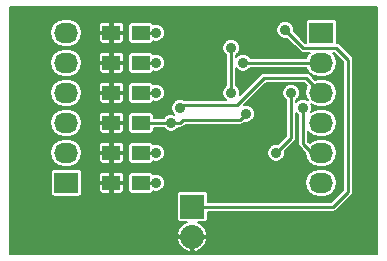
<source format=gbr>
G04 #@! TF.FileFunction,Copper,L2,Bot,Signal*
%FSLAX46Y46*%
G04 Gerber Fmt 4.6, Leading zero omitted, Abs format (unit mm)*
G04 Created by KiCad (PCBNEW (after 2015-mar-04 BZR unknown)-product) date 11/2/2016 4:10:58 PM*
%MOMM*%
G01*
G04 APERTURE LIST*
%ADD10C,0.150000*%
%ADD11R,1.500000X1.250000*%
%ADD12R,2.032000X1.727200*%
%ADD13O,2.032000X1.727200*%
%ADD14R,2.032000X2.032000*%
%ADD15O,2.032000X2.032000*%
%ADD16C,0.889000*%
%ADD17C,0.254000*%
%ADD18C,0.203200*%
G04 APERTURE END LIST*
D10*
D11*
X36810000Y-25400000D03*
X34310000Y-25400000D03*
X36810000Y-27940000D03*
X34310000Y-27940000D03*
X36810000Y-30480000D03*
X34310000Y-30480000D03*
X36810000Y-33020000D03*
X34310000Y-33020000D03*
X36810000Y-35560000D03*
X34310000Y-35560000D03*
X36810000Y-38100000D03*
X34310000Y-38100000D03*
D12*
X30480000Y-38100000D03*
D13*
X30480000Y-35560000D03*
X30480000Y-33020000D03*
X30480000Y-30480000D03*
X30480000Y-27940000D03*
X30480000Y-25400000D03*
D12*
X52070000Y-25400000D03*
D13*
X52070000Y-27940000D03*
X52070000Y-30480000D03*
X52070000Y-33020000D03*
X52070000Y-35560000D03*
X52070000Y-38100000D03*
D14*
X41148000Y-40132000D03*
D15*
X41148000Y-42672000D03*
D16*
X38100000Y-25400000D03*
X41148000Y-33782000D03*
X38100000Y-27940000D03*
X38100000Y-30480000D03*
X45720000Y-32258000D03*
X39370000Y-33020000D03*
X38100000Y-35560000D03*
X44450000Y-30480000D03*
X44450000Y-26670000D03*
X38100000Y-38100000D03*
X45466000Y-27940000D03*
X40132000Y-31750000D03*
X50546000Y-31750000D03*
X49530000Y-30480000D03*
X48260000Y-35560000D03*
X49022000Y-25146000D03*
D17*
X36810000Y-25400000D02*
X38100000Y-25400000D01*
X36810000Y-27940000D02*
X38100000Y-27940000D01*
X36810000Y-30480000D02*
X38100000Y-30480000D01*
X43942000Y-32766000D02*
X45212000Y-32766000D01*
X45212000Y-32766000D02*
X45720000Y-32258000D01*
X39370000Y-33020000D02*
X40132000Y-33020000D01*
X40386000Y-32766000D02*
X43942000Y-32766000D01*
X40132000Y-33020000D02*
X40386000Y-32766000D01*
X39370000Y-33020000D02*
X36810000Y-33020000D01*
X36810000Y-35560000D02*
X38100000Y-35560000D01*
X44450000Y-30480000D02*
X44450000Y-26670000D01*
X36810000Y-38100000D02*
X38100000Y-38100000D01*
X46990000Y-27940000D02*
X45466000Y-27940000D01*
X46990000Y-27940000D02*
X52070000Y-27940000D01*
X50800000Y-29210000D02*
X52070000Y-30480000D01*
X47244000Y-29210000D02*
X50800000Y-29210000D01*
X44958000Y-31496000D02*
X47244000Y-29210000D01*
X40386000Y-31496000D02*
X44958000Y-31496000D01*
X40132000Y-31750000D02*
X40386000Y-31496000D01*
X50546000Y-34798000D02*
X51308000Y-35560000D01*
X50546000Y-31750000D02*
X50546000Y-34798000D01*
X51308000Y-35560000D02*
X52070000Y-35560000D01*
X49530000Y-30480000D02*
X49530000Y-31750000D01*
X49530000Y-31750000D02*
X49530000Y-34290000D01*
X49530000Y-34290000D02*
X48260000Y-35560000D01*
X54356000Y-28956000D02*
X54356000Y-27686000D01*
X50546000Y-26670000D02*
X49022000Y-25146000D01*
X53340000Y-26670000D02*
X50546000Y-26670000D01*
X54356000Y-27686000D02*
X53340000Y-26670000D01*
X41148000Y-40132000D02*
X53086000Y-40132000D01*
X54356000Y-38862000D02*
X54356000Y-28956000D01*
X53086000Y-40132000D02*
X54356000Y-38862000D01*
D18*
G36*
X56795200Y-44095200D02*
X54787800Y-44095200D01*
X54787800Y-38862000D01*
X54787800Y-28956000D01*
X54787800Y-27686000D01*
X54754931Y-27520758D01*
X54754931Y-27520757D01*
X54661329Y-27380671D01*
X53645329Y-26364671D01*
X53505243Y-26271069D01*
X53396771Y-26249492D01*
X53396771Y-24536400D01*
X53374222Y-24420181D01*
X53307123Y-24318035D01*
X53205827Y-24249659D01*
X53086000Y-24225629D01*
X51054000Y-24225629D01*
X50937781Y-24248178D01*
X50835635Y-24315277D01*
X50767259Y-24416573D01*
X50743229Y-24536400D01*
X50743229Y-26238200D01*
X50724857Y-26238200D01*
X49771179Y-25284522D01*
X49771430Y-24997609D01*
X49657596Y-24722110D01*
X49446999Y-24511144D01*
X49171699Y-24396830D01*
X48873609Y-24396570D01*
X48598110Y-24510404D01*
X48387144Y-24721001D01*
X48272830Y-24996301D01*
X48272570Y-25294391D01*
X48386404Y-25569890D01*
X48597001Y-25780856D01*
X48872301Y-25895170D01*
X49160763Y-25895421D01*
X50240668Y-26975325D01*
X50240671Y-26975329D01*
X50380757Y-27068931D01*
X50546000Y-27101800D01*
X51083523Y-27101800D01*
X51065540Y-27113816D01*
X50812263Y-27492873D01*
X50809214Y-27508200D01*
X46990000Y-27508200D01*
X46093699Y-27508200D01*
X45890999Y-27305144D01*
X45615699Y-27190830D01*
X45317609Y-27190570D01*
X45042110Y-27304404D01*
X44881800Y-27464433D01*
X44881800Y-27297699D01*
X45084856Y-27094999D01*
X45199170Y-26819699D01*
X45199430Y-26521609D01*
X45085596Y-26246110D01*
X44874999Y-26035144D01*
X44599699Y-25920830D01*
X44301609Y-25920570D01*
X44026110Y-26034404D01*
X43815144Y-26245001D01*
X43700830Y-26520301D01*
X43700570Y-26818391D01*
X43814404Y-27093890D01*
X44018200Y-27298043D01*
X44018200Y-29852300D01*
X43815144Y-30055001D01*
X43700830Y-30330301D01*
X43700570Y-30628391D01*
X43814404Y-30903890D01*
X43974433Y-31064200D01*
X40434311Y-31064200D01*
X40281699Y-31000830D01*
X39983609Y-31000570D01*
X39708110Y-31114404D01*
X39497144Y-31325001D01*
X39382830Y-31600301D01*
X39382570Y-31898391D01*
X39496404Y-32173890D01*
X39645192Y-32322939D01*
X39519699Y-32270830D01*
X39221609Y-32270570D01*
X38946110Y-32384404D01*
X38849430Y-32480914D01*
X38849430Y-30331609D01*
X38849430Y-27791609D01*
X38849430Y-25251609D01*
X38735596Y-24976110D01*
X38524999Y-24765144D01*
X38249699Y-24650830D01*
X37951609Y-24650570D01*
X37854420Y-24690727D01*
X37848222Y-24658781D01*
X37781123Y-24556635D01*
X37679827Y-24488259D01*
X37560000Y-24464229D01*
X36060000Y-24464229D01*
X35943781Y-24486778D01*
X35841635Y-24553877D01*
X35773259Y-24655173D01*
X35749229Y-24775000D01*
X35749229Y-26025000D01*
X35771778Y-26141219D01*
X35838877Y-26243365D01*
X35940173Y-26311741D01*
X36060000Y-26335771D01*
X37560000Y-26335771D01*
X37676219Y-26313222D01*
X37778365Y-26246123D01*
X37846741Y-26144827D01*
X37853897Y-26109140D01*
X37950301Y-26149170D01*
X38248391Y-26149430D01*
X38523890Y-26035596D01*
X38734856Y-25824999D01*
X38849170Y-25549699D01*
X38849430Y-25251609D01*
X38849430Y-27791609D01*
X38735596Y-27516110D01*
X38524999Y-27305144D01*
X38249699Y-27190830D01*
X37951609Y-27190570D01*
X37854420Y-27230727D01*
X37848222Y-27198781D01*
X37781123Y-27096635D01*
X37679827Y-27028259D01*
X37560000Y-27004229D01*
X36060000Y-27004229D01*
X35943781Y-27026778D01*
X35841635Y-27093877D01*
X35773259Y-27195173D01*
X35749229Y-27315000D01*
X35749229Y-28565000D01*
X35771778Y-28681219D01*
X35838877Y-28783365D01*
X35940173Y-28851741D01*
X36060000Y-28875771D01*
X37560000Y-28875771D01*
X37676219Y-28853222D01*
X37778365Y-28786123D01*
X37846741Y-28684827D01*
X37853897Y-28649140D01*
X37950301Y-28689170D01*
X38248391Y-28689430D01*
X38523890Y-28575596D01*
X38734856Y-28364999D01*
X38849170Y-28089699D01*
X38849430Y-27791609D01*
X38849430Y-30331609D01*
X38735596Y-30056110D01*
X38524999Y-29845144D01*
X38249699Y-29730830D01*
X37951609Y-29730570D01*
X37854420Y-29770727D01*
X37848222Y-29738781D01*
X37781123Y-29636635D01*
X37679827Y-29568259D01*
X37560000Y-29544229D01*
X36060000Y-29544229D01*
X35943781Y-29566778D01*
X35841635Y-29633877D01*
X35773259Y-29735173D01*
X35749229Y-29855000D01*
X35749229Y-31105000D01*
X35771778Y-31221219D01*
X35838877Y-31323365D01*
X35940173Y-31391741D01*
X36060000Y-31415771D01*
X37560000Y-31415771D01*
X37676219Y-31393222D01*
X37778365Y-31326123D01*
X37846741Y-31224827D01*
X37853897Y-31189140D01*
X37950301Y-31229170D01*
X38248391Y-31229430D01*
X38523890Y-31115596D01*
X38734856Y-30904999D01*
X38849170Y-30629699D01*
X38849430Y-30331609D01*
X38849430Y-32480914D01*
X38741956Y-32588200D01*
X37870771Y-32588200D01*
X37870771Y-32395000D01*
X37848222Y-32278781D01*
X37781123Y-32176635D01*
X37679827Y-32108259D01*
X37560000Y-32084229D01*
X36060000Y-32084229D01*
X35943781Y-32106778D01*
X35841635Y-32173877D01*
X35773259Y-32275173D01*
X35749229Y-32395000D01*
X35749229Y-33645000D01*
X35771778Y-33761219D01*
X35838877Y-33863365D01*
X35940173Y-33931741D01*
X36060000Y-33955771D01*
X37560000Y-33955771D01*
X37676219Y-33933222D01*
X37778365Y-33866123D01*
X37846741Y-33764827D01*
X37870771Y-33645000D01*
X37870771Y-33451800D01*
X38742300Y-33451800D01*
X38945001Y-33654856D01*
X39220301Y-33769170D01*
X39518391Y-33769430D01*
X39793890Y-33655596D01*
X39998043Y-33451800D01*
X40132000Y-33451800D01*
X40297242Y-33418931D01*
X40297243Y-33418931D01*
X40437329Y-33325329D01*
X40564858Y-33197800D01*
X43942000Y-33197800D01*
X45212000Y-33197800D01*
X45377242Y-33164931D01*
X45377243Y-33164931D01*
X45517329Y-33071329D01*
X45581478Y-33007179D01*
X45868391Y-33007430D01*
X46143890Y-32893596D01*
X46354856Y-32682999D01*
X46469170Y-32407699D01*
X46469430Y-32109609D01*
X46355596Y-31834110D01*
X46144999Y-31623144D01*
X45869699Y-31508830D01*
X45571609Y-31508570D01*
X45545159Y-31519498D01*
X47422858Y-29641800D01*
X50621142Y-29641800D01*
X50892352Y-29913010D01*
X50812263Y-30032873D01*
X50723324Y-30480000D01*
X50812263Y-30927127D01*
X50925178Y-31096117D01*
X50695699Y-31000830D01*
X50397609Y-31000570D01*
X50122110Y-31114404D01*
X49961800Y-31274433D01*
X49961800Y-31107699D01*
X50164856Y-30904999D01*
X50279170Y-30629699D01*
X50279430Y-30331609D01*
X50165596Y-30056110D01*
X49954999Y-29845144D01*
X49679699Y-29730830D01*
X49381609Y-29730570D01*
X49106110Y-29844404D01*
X48895144Y-30055001D01*
X48780830Y-30330301D01*
X48780570Y-30628391D01*
X48894404Y-30903890D01*
X49098200Y-31108043D01*
X49098200Y-31750000D01*
X49098200Y-34111142D01*
X48398521Y-34810820D01*
X48111609Y-34810570D01*
X47836110Y-34924404D01*
X47625144Y-35135001D01*
X47510830Y-35410301D01*
X47510570Y-35708391D01*
X47624404Y-35983890D01*
X47835001Y-36194856D01*
X48110301Y-36309170D01*
X48408391Y-36309430D01*
X48683890Y-36195596D01*
X48894856Y-35984999D01*
X49009170Y-35709699D01*
X49009421Y-35421236D01*
X49835329Y-34595329D01*
X49928931Y-34455243D01*
X49961800Y-34290000D01*
X49961800Y-32225376D01*
X50114200Y-32378043D01*
X50114200Y-34798000D01*
X50147069Y-34963243D01*
X50240671Y-35103329D01*
X50729775Y-35592433D01*
X50812263Y-36007127D01*
X51065540Y-36386184D01*
X51444597Y-36639461D01*
X51891724Y-36728400D01*
X52248276Y-36728400D01*
X52695403Y-36639461D01*
X53074460Y-36386184D01*
X53327737Y-36007127D01*
X53416676Y-35560000D01*
X53327737Y-35112873D01*
X53074460Y-34733816D01*
X52695403Y-34480539D01*
X52248276Y-34391600D01*
X51891724Y-34391600D01*
X51444597Y-34480539D01*
X51081685Y-34723027D01*
X50977800Y-34619142D01*
X50977800Y-33714871D01*
X51065540Y-33846184D01*
X51444597Y-34099461D01*
X51891724Y-34188400D01*
X52248276Y-34188400D01*
X52695403Y-34099461D01*
X53074460Y-33846184D01*
X53327737Y-33467127D01*
X53416676Y-33020000D01*
X53327737Y-32572873D01*
X53074460Y-32193816D01*
X52695403Y-31940539D01*
X52248276Y-31851600D01*
X51891724Y-31851600D01*
X51444597Y-31940539D01*
X51214322Y-32094403D01*
X51295170Y-31899699D01*
X51295430Y-31601609D01*
X51214483Y-31405704D01*
X51444597Y-31559461D01*
X51891724Y-31648400D01*
X52248276Y-31648400D01*
X52695403Y-31559461D01*
X53074460Y-31306184D01*
X53327737Y-30927127D01*
X53416676Y-30480000D01*
X53327737Y-30032873D01*
X53074460Y-29653816D01*
X52695403Y-29400539D01*
X52248276Y-29311600D01*
X51891724Y-29311600D01*
X51575215Y-29374557D01*
X51105329Y-28904671D01*
X50965243Y-28811069D01*
X50800000Y-28778200D01*
X47244000Y-28778200D01*
X47078757Y-28811069D01*
X46938671Y-28904671D01*
X45188892Y-30654449D01*
X45199170Y-30629699D01*
X45199430Y-30331609D01*
X45085596Y-30056110D01*
X44881800Y-29851956D01*
X44881800Y-28415376D01*
X45041001Y-28574856D01*
X45316301Y-28689170D01*
X45614391Y-28689430D01*
X45889890Y-28575596D01*
X46094043Y-28371800D01*
X46990000Y-28371800D01*
X50809214Y-28371800D01*
X50812263Y-28387127D01*
X51065540Y-28766184D01*
X51444597Y-29019461D01*
X51891724Y-29108400D01*
X52248276Y-29108400D01*
X52695403Y-29019461D01*
X53074460Y-28766184D01*
X53327737Y-28387127D01*
X53416676Y-27940000D01*
X53327737Y-27492873D01*
X53074460Y-27113816D01*
X53056476Y-27101800D01*
X53161142Y-27101800D01*
X53924200Y-27864858D01*
X53924200Y-28956000D01*
X53924200Y-38683142D01*
X53416676Y-39190666D01*
X53416676Y-38100000D01*
X53327737Y-37652873D01*
X53074460Y-37273816D01*
X52695403Y-37020539D01*
X52248276Y-36931600D01*
X51891724Y-36931600D01*
X51444597Y-37020539D01*
X51065540Y-37273816D01*
X50812263Y-37652873D01*
X50723324Y-38100000D01*
X50812263Y-38547127D01*
X51065540Y-38926184D01*
X51444597Y-39179461D01*
X51891724Y-39268400D01*
X52248276Y-39268400D01*
X52695403Y-39179461D01*
X53074460Y-38926184D01*
X53327737Y-38547127D01*
X53416676Y-38100000D01*
X53416676Y-39190666D01*
X52907142Y-39700200D01*
X42474771Y-39700200D01*
X42474771Y-39116000D01*
X42452222Y-38999781D01*
X42385123Y-38897635D01*
X42283827Y-38829259D01*
X42164000Y-38805229D01*
X40132000Y-38805229D01*
X40015781Y-38827778D01*
X39913635Y-38894877D01*
X39845259Y-38996173D01*
X39821229Y-39116000D01*
X39821229Y-41148000D01*
X39843778Y-41264219D01*
X39910877Y-41366365D01*
X40012173Y-41434741D01*
X40132000Y-41458771D01*
X40687676Y-41458771D01*
X40383645Y-41594830D01*
X40029613Y-41969331D01*
X39860326Y-42378044D01*
X39906579Y-42583100D01*
X41059100Y-42583100D01*
X41059100Y-42563100D01*
X41236900Y-42563100D01*
X41236900Y-42583100D01*
X42389421Y-42583100D01*
X42435674Y-42378044D01*
X42266387Y-41969331D01*
X41912355Y-41594830D01*
X41608323Y-41458771D01*
X42164000Y-41458771D01*
X42280219Y-41436222D01*
X42382365Y-41369123D01*
X42450741Y-41267827D01*
X42474771Y-41148000D01*
X42474771Y-40563800D01*
X53086000Y-40563800D01*
X53251242Y-40530931D01*
X53251243Y-40530931D01*
X53391329Y-40437329D01*
X54661329Y-39167329D01*
X54754931Y-39027243D01*
X54787800Y-38862000D01*
X54787800Y-44095200D01*
X42435674Y-44095200D01*
X42435674Y-42965956D01*
X42389421Y-42760900D01*
X41236900Y-42760900D01*
X41236900Y-43913612D01*
X41441957Y-43959681D01*
X41912355Y-43749170D01*
X42266387Y-43374669D01*
X42435674Y-42965956D01*
X42435674Y-44095200D01*
X41059100Y-44095200D01*
X41059100Y-43913612D01*
X41059100Y-42760900D01*
X39906579Y-42760900D01*
X39860326Y-42965956D01*
X40029613Y-43374669D01*
X40383645Y-43749170D01*
X40854043Y-43959681D01*
X41059100Y-43913612D01*
X41059100Y-44095200D01*
X38849430Y-44095200D01*
X38849430Y-37951609D01*
X38849430Y-35411609D01*
X38735596Y-35136110D01*
X38524999Y-34925144D01*
X38249699Y-34810830D01*
X37951609Y-34810570D01*
X37854420Y-34850727D01*
X37848222Y-34818781D01*
X37781123Y-34716635D01*
X37679827Y-34648259D01*
X37560000Y-34624229D01*
X36060000Y-34624229D01*
X35943781Y-34646778D01*
X35841635Y-34713877D01*
X35773259Y-34815173D01*
X35749229Y-34935000D01*
X35749229Y-36185000D01*
X35771778Y-36301219D01*
X35838877Y-36403365D01*
X35940173Y-36471741D01*
X36060000Y-36495771D01*
X37560000Y-36495771D01*
X37676219Y-36473222D01*
X37778365Y-36406123D01*
X37846741Y-36304827D01*
X37853897Y-36269140D01*
X37950301Y-36309170D01*
X38248391Y-36309430D01*
X38523890Y-36195596D01*
X38734856Y-35984999D01*
X38849170Y-35709699D01*
X38849430Y-35411609D01*
X38849430Y-37951609D01*
X38735596Y-37676110D01*
X38524999Y-37465144D01*
X38249699Y-37350830D01*
X37951609Y-37350570D01*
X37854420Y-37390727D01*
X37848222Y-37358781D01*
X37781123Y-37256635D01*
X37679827Y-37188259D01*
X37560000Y-37164229D01*
X36060000Y-37164229D01*
X35943781Y-37186778D01*
X35841635Y-37253877D01*
X35773259Y-37355173D01*
X35749229Y-37475000D01*
X35749229Y-38725000D01*
X35771778Y-38841219D01*
X35838877Y-38943365D01*
X35940173Y-39011741D01*
X36060000Y-39035771D01*
X37560000Y-39035771D01*
X37676219Y-39013222D01*
X37778365Y-38946123D01*
X37846741Y-38844827D01*
X37853897Y-38809140D01*
X37950301Y-38849170D01*
X38248391Y-38849430D01*
X38523890Y-38735596D01*
X38734856Y-38524999D01*
X38849170Y-38249699D01*
X38849430Y-37951609D01*
X38849430Y-44095200D01*
X35364800Y-44095200D01*
X35364800Y-38785629D01*
X35364800Y-38664372D01*
X35364800Y-38265100D01*
X35364800Y-37934900D01*
X35364800Y-37535628D01*
X35364800Y-37414371D01*
X35364800Y-36245629D01*
X35364800Y-36124372D01*
X35364800Y-35725100D01*
X35364800Y-35394900D01*
X35364800Y-34995628D01*
X35364800Y-34874371D01*
X35364800Y-33705629D01*
X35364800Y-33584372D01*
X35364800Y-33185100D01*
X35364800Y-32854900D01*
X35364800Y-32455628D01*
X35364800Y-32334371D01*
X35364800Y-31165629D01*
X35364800Y-31044372D01*
X35364800Y-30645100D01*
X35364800Y-30314900D01*
X35364800Y-29915628D01*
X35364800Y-29794371D01*
X35364800Y-28625629D01*
X35364800Y-28504372D01*
X35364800Y-28105100D01*
X35364800Y-27774900D01*
X35364800Y-27375628D01*
X35364800Y-27254371D01*
X35364800Y-26085629D01*
X35364800Y-25964372D01*
X35364800Y-25565100D01*
X35364800Y-25234900D01*
X35364800Y-24835628D01*
X35364800Y-24714371D01*
X35318397Y-24602344D01*
X35232655Y-24516603D01*
X35120628Y-24470200D01*
X34475100Y-24470200D01*
X34398900Y-24546400D01*
X34398900Y-25311100D01*
X35288600Y-25311100D01*
X35364800Y-25234900D01*
X35364800Y-25565100D01*
X35288600Y-25488900D01*
X34398900Y-25488900D01*
X34398900Y-26253600D01*
X34475100Y-26329800D01*
X35120628Y-26329800D01*
X35232655Y-26283397D01*
X35318397Y-26197656D01*
X35364800Y-26085629D01*
X35364800Y-27254371D01*
X35318397Y-27142344D01*
X35232655Y-27056603D01*
X35120628Y-27010200D01*
X34475100Y-27010200D01*
X34398900Y-27086400D01*
X34398900Y-27851100D01*
X35288600Y-27851100D01*
X35364800Y-27774900D01*
X35364800Y-28105100D01*
X35288600Y-28028900D01*
X34398900Y-28028900D01*
X34398900Y-28793600D01*
X34475100Y-28869800D01*
X35120628Y-28869800D01*
X35232655Y-28823397D01*
X35318397Y-28737656D01*
X35364800Y-28625629D01*
X35364800Y-29794371D01*
X35318397Y-29682344D01*
X35232655Y-29596603D01*
X35120628Y-29550200D01*
X34475100Y-29550200D01*
X34398900Y-29626400D01*
X34398900Y-30391100D01*
X35288600Y-30391100D01*
X35364800Y-30314900D01*
X35364800Y-30645100D01*
X35288600Y-30568900D01*
X34398900Y-30568900D01*
X34398900Y-31333600D01*
X34475100Y-31409800D01*
X35120628Y-31409800D01*
X35232655Y-31363397D01*
X35318397Y-31277656D01*
X35364800Y-31165629D01*
X35364800Y-32334371D01*
X35318397Y-32222344D01*
X35232655Y-32136603D01*
X35120628Y-32090200D01*
X34475100Y-32090200D01*
X34398900Y-32166400D01*
X34398900Y-32931100D01*
X35288600Y-32931100D01*
X35364800Y-32854900D01*
X35364800Y-33185100D01*
X35288600Y-33108900D01*
X34398900Y-33108900D01*
X34398900Y-33873600D01*
X34475100Y-33949800D01*
X35120628Y-33949800D01*
X35232655Y-33903397D01*
X35318397Y-33817656D01*
X35364800Y-33705629D01*
X35364800Y-34874371D01*
X35318397Y-34762344D01*
X35232655Y-34676603D01*
X35120628Y-34630200D01*
X34475100Y-34630200D01*
X34398900Y-34706400D01*
X34398900Y-35471100D01*
X35288600Y-35471100D01*
X35364800Y-35394900D01*
X35364800Y-35725100D01*
X35288600Y-35648900D01*
X34398900Y-35648900D01*
X34398900Y-36413600D01*
X34475100Y-36489800D01*
X35120628Y-36489800D01*
X35232655Y-36443397D01*
X35318397Y-36357656D01*
X35364800Y-36245629D01*
X35364800Y-37414371D01*
X35318397Y-37302344D01*
X35232655Y-37216603D01*
X35120628Y-37170200D01*
X34475100Y-37170200D01*
X34398900Y-37246400D01*
X34398900Y-38011100D01*
X35288600Y-38011100D01*
X35364800Y-37934900D01*
X35364800Y-38265100D01*
X35288600Y-38188900D01*
X34398900Y-38188900D01*
X34398900Y-38953600D01*
X34475100Y-39029800D01*
X35120628Y-39029800D01*
X35232655Y-38983397D01*
X35318397Y-38897656D01*
X35364800Y-38785629D01*
X35364800Y-44095200D01*
X34221100Y-44095200D01*
X34221100Y-38953600D01*
X34221100Y-38188900D01*
X34221100Y-38011100D01*
X34221100Y-37246400D01*
X34221100Y-36413600D01*
X34221100Y-35648900D01*
X34221100Y-35471100D01*
X34221100Y-34706400D01*
X34221100Y-33873600D01*
X34221100Y-33108900D01*
X34221100Y-32931100D01*
X34221100Y-32166400D01*
X34221100Y-31333600D01*
X34221100Y-30568900D01*
X34221100Y-30391100D01*
X34221100Y-29626400D01*
X34221100Y-28793600D01*
X34221100Y-28028900D01*
X34221100Y-27851100D01*
X34221100Y-27086400D01*
X34221100Y-26253600D01*
X34221100Y-25488900D01*
X34221100Y-25311100D01*
X34221100Y-24546400D01*
X34144900Y-24470200D01*
X33499372Y-24470200D01*
X33387345Y-24516603D01*
X33301603Y-24602344D01*
X33255200Y-24714371D01*
X33255200Y-24835628D01*
X33255200Y-25234900D01*
X33331400Y-25311100D01*
X34221100Y-25311100D01*
X34221100Y-25488900D01*
X33331400Y-25488900D01*
X33255200Y-25565100D01*
X33255200Y-25964372D01*
X33255200Y-26085629D01*
X33301603Y-26197656D01*
X33387345Y-26283397D01*
X33499372Y-26329800D01*
X34144900Y-26329800D01*
X34221100Y-26253600D01*
X34221100Y-27086400D01*
X34144900Y-27010200D01*
X33499372Y-27010200D01*
X33387345Y-27056603D01*
X33301603Y-27142344D01*
X33255200Y-27254371D01*
X33255200Y-27375628D01*
X33255200Y-27774900D01*
X33331400Y-27851100D01*
X34221100Y-27851100D01*
X34221100Y-28028900D01*
X33331400Y-28028900D01*
X33255200Y-28105100D01*
X33255200Y-28504372D01*
X33255200Y-28625629D01*
X33301603Y-28737656D01*
X33387345Y-28823397D01*
X33499372Y-28869800D01*
X34144900Y-28869800D01*
X34221100Y-28793600D01*
X34221100Y-29626400D01*
X34144900Y-29550200D01*
X33499372Y-29550200D01*
X33387345Y-29596603D01*
X33301603Y-29682344D01*
X33255200Y-29794371D01*
X33255200Y-29915628D01*
X33255200Y-30314900D01*
X33331400Y-30391100D01*
X34221100Y-30391100D01*
X34221100Y-30568900D01*
X33331400Y-30568900D01*
X33255200Y-30645100D01*
X33255200Y-31044372D01*
X33255200Y-31165629D01*
X33301603Y-31277656D01*
X33387345Y-31363397D01*
X33499372Y-31409800D01*
X34144900Y-31409800D01*
X34221100Y-31333600D01*
X34221100Y-32166400D01*
X34144900Y-32090200D01*
X33499372Y-32090200D01*
X33387345Y-32136603D01*
X33301603Y-32222344D01*
X33255200Y-32334371D01*
X33255200Y-32455628D01*
X33255200Y-32854900D01*
X33331400Y-32931100D01*
X34221100Y-32931100D01*
X34221100Y-33108900D01*
X33331400Y-33108900D01*
X33255200Y-33185100D01*
X33255200Y-33584372D01*
X33255200Y-33705629D01*
X33301603Y-33817656D01*
X33387345Y-33903397D01*
X33499372Y-33949800D01*
X34144900Y-33949800D01*
X34221100Y-33873600D01*
X34221100Y-34706400D01*
X34144900Y-34630200D01*
X33499372Y-34630200D01*
X33387345Y-34676603D01*
X33301603Y-34762344D01*
X33255200Y-34874371D01*
X33255200Y-34995628D01*
X33255200Y-35394900D01*
X33331400Y-35471100D01*
X34221100Y-35471100D01*
X34221100Y-35648900D01*
X33331400Y-35648900D01*
X33255200Y-35725100D01*
X33255200Y-36124372D01*
X33255200Y-36245629D01*
X33301603Y-36357656D01*
X33387345Y-36443397D01*
X33499372Y-36489800D01*
X34144900Y-36489800D01*
X34221100Y-36413600D01*
X34221100Y-37246400D01*
X34144900Y-37170200D01*
X33499372Y-37170200D01*
X33387345Y-37216603D01*
X33301603Y-37302344D01*
X33255200Y-37414371D01*
X33255200Y-37535628D01*
X33255200Y-37934900D01*
X33331400Y-38011100D01*
X34221100Y-38011100D01*
X34221100Y-38188900D01*
X33331400Y-38188900D01*
X33255200Y-38265100D01*
X33255200Y-38664372D01*
X33255200Y-38785629D01*
X33301603Y-38897656D01*
X33387345Y-38983397D01*
X33499372Y-39029800D01*
X34144900Y-39029800D01*
X34221100Y-38953600D01*
X34221100Y-44095200D01*
X31826676Y-44095200D01*
X31826676Y-35560000D01*
X31826676Y-33020000D01*
X31826676Y-30480000D01*
X31826676Y-27940000D01*
X31826676Y-25400000D01*
X31737737Y-24952873D01*
X31484460Y-24573816D01*
X31105403Y-24320539D01*
X30658276Y-24231600D01*
X30301724Y-24231600D01*
X29854597Y-24320539D01*
X29475540Y-24573816D01*
X29222263Y-24952873D01*
X29133324Y-25400000D01*
X29222263Y-25847127D01*
X29475540Y-26226184D01*
X29854597Y-26479461D01*
X30301724Y-26568400D01*
X30658276Y-26568400D01*
X31105403Y-26479461D01*
X31484460Y-26226184D01*
X31737737Y-25847127D01*
X31826676Y-25400000D01*
X31826676Y-27940000D01*
X31737737Y-27492873D01*
X31484460Y-27113816D01*
X31105403Y-26860539D01*
X30658276Y-26771600D01*
X30301724Y-26771600D01*
X29854597Y-26860539D01*
X29475540Y-27113816D01*
X29222263Y-27492873D01*
X29133324Y-27940000D01*
X29222263Y-28387127D01*
X29475540Y-28766184D01*
X29854597Y-29019461D01*
X30301724Y-29108400D01*
X30658276Y-29108400D01*
X31105403Y-29019461D01*
X31484460Y-28766184D01*
X31737737Y-28387127D01*
X31826676Y-27940000D01*
X31826676Y-30480000D01*
X31737737Y-30032873D01*
X31484460Y-29653816D01*
X31105403Y-29400539D01*
X30658276Y-29311600D01*
X30301724Y-29311600D01*
X29854597Y-29400539D01*
X29475540Y-29653816D01*
X29222263Y-30032873D01*
X29133324Y-30480000D01*
X29222263Y-30927127D01*
X29475540Y-31306184D01*
X29854597Y-31559461D01*
X30301724Y-31648400D01*
X30658276Y-31648400D01*
X31105403Y-31559461D01*
X31484460Y-31306184D01*
X31737737Y-30927127D01*
X31826676Y-30480000D01*
X31826676Y-33020000D01*
X31737737Y-32572873D01*
X31484460Y-32193816D01*
X31105403Y-31940539D01*
X30658276Y-31851600D01*
X30301724Y-31851600D01*
X29854597Y-31940539D01*
X29475540Y-32193816D01*
X29222263Y-32572873D01*
X29133324Y-33020000D01*
X29222263Y-33467127D01*
X29475540Y-33846184D01*
X29854597Y-34099461D01*
X30301724Y-34188400D01*
X30658276Y-34188400D01*
X31105403Y-34099461D01*
X31484460Y-33846184D01*
X31737737Y-33467127D01*
X31826676Y-33020000D01*
X31826676Y-35560000D01*
X31737737Y-35112873D01*
X31484460Y-34733816D01*
X31105403Y-34480539D01*
X30658276Y-34391600D01*
X30301724Y-34391600D01*
X29854597Y-34480539D01*
X29475540Y-34733816D01*
X29222263Y-35112873D01*
X29133324Y-35560000D01*
X29222263Y-36007127D01*
X29475540Y-36386184D01*
X29854597Y-36639461D01*
X30301724Y-36728400D01*
X30658276Y-36728400D01*
X31105403Y-36639461D01*
X31484460Y-36386184D01*
X31737737Y-36007127D01*
X31826676Y-35560000D01*
X31826676Y-44095200D01*
X31806771Y-44095200D01*
X31806771Y-38963600D01*
X31806771Y-37236400D01*
X31784222Y-37120181D01*
X31717123Y-37018035D01*
X31615827Y-36949659D01*
X31496000Y-36925629D01*
X29464000Y-36925629D01*
X29347781Y-36948178D01*
X29245635Y-37015277D01*
X29177259Y-37116573D01*
X29153229Y-37236400D01*
X29153229Y-38963600D01*
X29175778Y-39079819D01*
X29242877Y-39181965D01*
X29344173Y-39250341D01*
X29464000Y-39274371D01*
X31496000Y-39274371D01*
X31612219Y-39251822D01*
X31714365Y-39184723D01*
X31782741Y-39083427D01*
X31806771Y-38963600D01*
X31806771Y-44095200D01*
X25754800Y-44095200D01*
X25754800Y-23214800D01*
X56795200Y-23214800D01*
X56795200Y-43180000D01*
X56795200Y-44095200D01*
X56795200Y-44095200D01*
G37*
X56795200Y-44095200D02*
X54787800Y-44095200D01*
X54787800Y-38862000D01*
X54787800Y-28956000D01*
X54787800Y-27686000D01*
X54754931Y-27520758D01*
X54754931Y-27520757D01*
X54661329Y-27380671D01*
X53645329Y-26364671D01*
X53505243Y-26271069D01*
X53396771Y-26249492D01*
X53396771Y-24536400D01*
X53374222Y-24420181D01*
X53307123Y-24318035D01*
X53205827Y-24249659D01*
X53086000Y-24225629D01*
X51054000Y-24225629D01*
X50937781Y-24248178D01*
X50835635Y-24315277D01*
X50767259Y-24416573D01*
X50743229Y-24536400D01*
X50743229Y-26238200D01*
X50724857Y-26238200D01*
X49771179Y-25284522D01*
X49771430Y-24997609D01*
X49657596Y-24722110D01*
X49446999Y-24511144D01*
X49171699Y-24396830D01*
X48873609Y-24396570D01*
X48598110Y-24510404D01*
X48387144Y-24721001D01*
X48272830Y-24996301D01*
X48272570Y-25294391D01*
X48386404Y-25569890D01*
X48597001Y-25780856D01*
X48872301Y-25895170D01*
X49160763Y-25895421D01*
X50240668Y-26975325D01*
X50240671Y-26975329D01*
X50380757Y-27068931D01*
X50546000Y-27101800D01*
X51083523Y-27101800D01*
X51065540Y-27113816D01*
X50812263Y-27492873D01*
X50809214Y-27508200D01*
X46990000Y-27508200D01*
X46093699Y-27508200D01*
X45890999Y-27305144D01*
X45615699Y-27190830D01*
X45317609Y-27190570D01*
X45042110Y-27304404D01*
X44881800Y-27464433D01*
X44881800Y-27297699D01*
X45084856Y-27094999D01*
X45199170Y-26819699D01*
X45199430Y-26521609D01*
X45085596Y-26246110D01*
X44874999Y-26035144D01*
X44599699Y-25920830D01*
X44301609Y-25920570D01*
X44026110Y-26034404D01*
X43815144Y-26245001D01*
X43700830Y-26520301D01*
X43700570Y-26818391D01*
X43814404Y-27093890D01*
X44018200Y-27298043D01*
X44018200Y-29852300D01*
X43815144Y-30055001D01*
X43700830Y-30330301D01*
X43700570Y-30628391D01*
X43814404Y-30903890D01*
X43974433Y-31064200D01*
X40434311Y-31064200D01*
X40281699Y-31000830D01*
X39983609Y-31000570D01*
X39708110Y-31114404D01*
X39497144Y-31325001D01*
X39382830Y-31600301D01*
X39382570Y-31898391D01*
X39496404Y-32173890D01*
X39645192Y-32322939D01*
X39519699Y-32270830D01*
X39221609Y-32270570D01*
X38946110Y-32384404D01*
X38849430Y-32480914D01*
X38849430Y-30331609D01*
X38849430Y-27791609D01*
X38849430Y-25251609D01*
X38735596Y-24976110D01*
X38524999Y-24765144D01*
X38249699Y-24650830D01*
X37951609Y-24650570D01*
X37854420Y-24690727D01*
X37848222Y-24658781D01*
X37781123Y-24556635D01*
X37679827Y-24488259D01*
X37560000Y-24464229D01*
X36060000Y-24464229D01*
X35943781Y-24486778D01*
X35841635Y-24553877D01*
X35773259Y-24655173D01*
X35749229Y-24775000D01*
X35749229Y-26025000D01*
X35771778Y-26141219D01*
X35838877Y-26243365D01*
X35940173Y-26311741D01*
X36060000Y-26335771D01*
X37560000Y-26335771D01*
X37676219Y-26313222D01*
X37778365Y-26246123D01*
X37846741Y-26144827D01*
X37853897Y-26109140D01*
X37950301Y-26149170D01*
X38248391Y-26149430D01*
X38523890Y-26035596D01*
X38734856Y-25824999D01*
X38849170Y-25549699D01*
X38849430Y-25251609D01*
X38849430Y-27791609D01*
X38735596Y-27516110D01*
X38524999Y-27305144D01*
X38249699Y-27190830D01*
X37951609Y-27190570D01*
X37854420Y-27230727D01*
X37848222Y-27198781D01*
X37781123Y-27096635D01*
X37679827Y-27028259D01*
X37560000Y-27004229D01*
X36060000Y-27004229D01*
X35943781Y-27026778D01*
X35841635Y-27093877D01*
X35773259Y-27195173D01*
X35749229Y-27315000D01*
X35749229Y-28565000D01*
X35771778Y-28681219D01*
X35838877Y-28783365D01*
X35940173Y-28851741D01*
X36060000Y-28875771D01*
X37560000Y-28875771D01*
X37676219Y-28853222D01*
X37778365Y-28786123D01*
X37846741Y-28684827D01*
X37853897Y-28649140D01*
X37950301Y-28689170D01*
X38248391Y-28689430D01*
X38523890Y-28575596D01*
X38734856Y-28364999D01*
X38849170Y-28089699D01*
X38849430Y-27791609D01*
X38849430Y-30331609D01*
X38735596Y-30056110D01*
X38524999Y-29845144D01*
X38249699Y-29730830D01*
X37951609Y-29730570D01*
X37854420Y-29770727D01*
X37848222Y-29738781D01*
X37781123Y-29636635D01*
X37679827Y-29568259D01*
X37560000Y-29544229D01*
X36060000Y-29544229D01*
X35943781Y-29566778D01*
X35841635Y-29633877D01*
X35773259Y-29735173D01*
X35749229Y-29855000D01*
X35749229Y-31105000D01*
X35771778Y-31221219D01*
X35838877Y-31323365D01*
X35940173Y-31391741D01*
X36060000Y-31415771D01*
X37560000Y-31415771D01*
X37676219Y-31393222D01*
X37778365Y-31326123D01*
X37846741Y-31224827D01*
X37853897Y-31189140D01*
X37950301Y-31229170D01*
X38248391Y-31229430D01*
X38523890Y-31115596D01*
X38734856Y-30904999D01*
X38849170Y-30629699D01*
X38849430Y-30331609D01*
X38849430Y-32480914D01*
X38741956Y-32588200D01*
X37870771Y-32588200D01*
X37870771Y-32395000D01*
X37848222Y-32278781D01*
X37781123Y-32176635D01*
X37679827Y-32108259D01*
X37560000Y-32084229D01*
X36060000Y-32084229D01*
X35943781Y-32106778D01*
X35841635Y-32173877D01*
X35773259Y-32275173D01*
X35749229Y-32395000D01*
X35749229Y-33645000D01*
X35771778Y-33761219D01*
X35838877Y-33863365D01*
X35940173Y-33931741D01*
X36060000Y-33955771D01*
X37560000Y-33955771D01*
X37676219Y-33933222D01*
X37778365Y-33866123D01*
X37846741Y-33764827D01*
X37870771Y-33645000D01*
X37870771Y-33451800D01*
X38742300Y-33451800D01*
X38945001Y-33654856D01*
X39220301Y-33769170D01*
X39518391Y-33769430D01*
X39793890Y-33655596D01*
X39998043Y-33451800D01*
X40132000Y-33451800D01*
X40297242Y-33418931D01*
X40297243Y-33418931D01*
X40437329Y-33325329D01*
X40564858Y-33197800D01*
X43942000Y-33197800D01*
X45212000Y-33197800D01*
X45377242Y-33164931D01*
X45377243Y-33164931D01*
X45517329Y-33071329D01*
X45581478Y-33007179D01*
X45868391Y-33007430D01*
X46143890Y-32893596D01*
X46354856Y-32682999D01*
X46469170Y-32407699D01*
X46469430Y-32109609D01*
X46355596Y-31834110D01*
X46144999Y-31623144D01*
X45869699Y-31508830D01*
X45571609Y-31508570D01*
X45545159Y-31519498D01*
X47422858Y-29641800D01*
X50621142Y-29641800D01*
X50892352Y-29913010D01*
X50812263Y-30032873D01*
X50723324Y-30480000D01*
X50812263Y-30927127D01*
X50925178Y-31096117D01*
X50695699Y-31000830D01*
X50397609Y-31000570D01*
X50122110Y-31114404D01*
X49961800Y-31274433D01*
X49961800Y-31107699D01*
X50164856Y-30904999D01*
X50279170Y-30629699D01*
X50279430Y-30331609D01*
X50165596Y-30056110D01*
X49954999Y-29845144D01*
X49679699Y-29730830D01*
X49381609Y-29730570D01*
X49106110Y-29844404D01*
X48895144Y-30055001D01*
X48780830Y-30330301D01*
X48780570Y-30628391D01*
X48894404Y-30903890D01*
X49098200Y-31108043D01*
X49098200Y-31750000D01*
X49098200Y-34111142D01*
X48398521Y-34810820D01*
X48111609Y-34810570D01*
X47836110Y-34924404D01*
X47625144Y-35135001D01*
X47510830Y-35410301D01*
X47510570Y-35708391D01*
X47624404Y-35983890D01*
X47835001Y-36194856D01*
X48110301Y-36309170D01*
X48408391Y-36309430D01*
X48683890Y-36195596D01*
X48894856Y-35984999D01*
X49009170Y-35709699D01*
X49009421Y-35421236D01*
X49835329Y-34595329D01*
X49928931Y-34455243D01*
X49961800Y-34290000D01*
X49961800Y-32225376D01*
X50114200Y-32378043D01*
X50114200Y-34798000D01*
X50147069Y-34963243D01*
X50240671Y-35103329D01*
X50729775Y-35592433D01*
X50812263Y-36007127D01*
X51065540Y-36386184D01*
X51444597Y-36639461D01*
X51891724Y-36728400D01*
X52248276Y-36728400D01*
X52695403Y-36639461D01*
X53074460Y-36386184D01*
X53327737Y-36007127D01*
X53416676Y-35560000D01*
X53327737Y-35112873D01*
X53074460Y-34733816D01*
X52695403Y-34480539D01*
X52248276Y-34391600D01*
X51891724Y-34391600D01*
X51444597Y-34480539D01*
X51081685Y-34723027D01*
X50977800Y-34619142D01*
X50977800Y-33714871D01*
X51065540Y-33846184D01*
X51444597Y-34099461D01*
X51891724Y-34188400D01*
X52248276Y-34188400D01*
X52695403Y-34099461D01*
X53074460Y-33846184D01*
X53327737Y-33467127D01*
X53416676Y-33020000D01*
X53327737Y-32572873D01*
X53074460Y-32193816D01*
X52695403Y-31940539D01*
X52248276Y-31851600D01*
X51891724Y-31851600D01*
X51444597Y-31940539D01*
X51214322Y-32094403D01*
X51295170Y-31899699D01*
X51295430Y-31601609D01*
X51214483Y-31405704D01*
X51444597Y-31559461D01*
X51891724Y-31648400D01*
X52248276Y-31648400D01*
X52695403Y-31559461D01*
X53074460Y-31306184D01*
X53327737Y-30927127D01*
X53416676Y-30480000D01*
X53327737Y-30032873D01*
X53074460Y-29653816D01*
X52695403Y-29400539D01*
X52248276Y-29311600D01*
X51891724Y-29311600D01*
X51575215Y-29374557D01*
X51105329Y-28904671D01*
X50965243Y-28811069D01*
X50800000Y-28778200D01*
X47244000Y-28778200D01*
X47078757Y-28811069D01*
X46938671Y-28904671D01*
X45188892Y-30654449D01*
X45199170Y-30629699D01*
X45199430Y-30331609D01*
X45085596Y-30056110D01*
X44881800Y-29851956D01*
X44881800Y-28415376D01*
X45041001Y-28574856D01*
X45316301Y-28689170D01*
X45614391Y-28689430D01*
X45889890Y-28575596D01*
X46094043Y-28371800D01*
X46990000Y-28371800D01*
X50809214Y-28371800D01*
X50812263Y-28387127D01*
X51065540Y-28766184D01*
X51444597Y-29019461D01*
X51891724Y-29108400D01*
X52248276Y-29108400D01*
X52695403Y-29019461D01*
X53074460Y-28766184D01*
X53327737Y-28387127D01*
X53416676Y-27940000D01*
X53327737Y-27492873D01*
X53074460Y-27113816D01*
X53056476Y-27101800D01*
X53161142Y-27101800D01*
X53924200Y-27864858D01*
X53924200Y-28956000D01*
X53924200Y-38683142D01*
X53416676Y-39190666D01*
X53416676Y-38100000D01*
X53327737Y-37652873D01*
X53074460Y-37273816D01*
X52695403Y-37020539D01*
X52248276Y-36931600D01*
X51891724Y-36931600D01*
X51444597Y-37020539D01*
X51065540Y-37273816D01*
X50812263Y-37652873D01*
X50723324Y-38100000D01*
X50812263Y-38547127D01*
X51065540Y-38926184D01*
X51444597Y-39179461D01*
X51891724Y-39268400D01*
X52248276Y-39268400D01*
X52695403Y-39179461D01*
X53074460Y-38926184D01*
X53327737Y-38547127D01*
X53416676Y-38100000D01*
X53416676Y-39190666D01*
X52907142Y-39700200D01*
X42474771Y-39700200D01*
X42474771Y-39116000D01*
X42452222Y-38999781D01*
X42385123Y-38897635D01*
X42283827Y-38829259D01*
X42164000Y-38805229D01*
X40132000Y-38805229D01*
X40015781Y-38827778D01*
X39913635Y-38894877D01*
X39845259Y-38996173D01*
X39821229Y-39116000D01*
X39821229Y-41148000D01*
X39843778Y-41264219D01*
X39910877Y-41366365D01*
X40012173Y-41434741D01*
X40132000Y-41458771D01*
X40687676Y-41458771D01*
X40383645Y-41594830D01*
X40029613Y-41969331D01*
X39860326Y-42378044D01*
X39906579Y-42583100D01*
X41059100Y-42583100D01*
X41059100Y-42563100D01*
X41236900Y-42563100D01*
X41236900Y-42583100D01*
X42389421Y-42583100D01*
X42435674Y-42378044D01*
X42266387Y-41969331D01*
X41912355Y-41594830D01*
X41608323Y-41458771D01*
X42164000Y-41458771D01*
X42280219Y-41436222D01*
X42382365Y-41369123D01*
X42450741Y-41267827D01*
X42474771Y-41148000D01*
X42474771Y-40563800D01*
X53086000Y-40563800D01*
X53251242Y-40530931D01*
X53251243Y-40530931D01*
X53391329Y-40437329D01*
X54661329Y-39167329D01*
X54754931Y-39027243D01*
X54787800Y-38862000D01*
X54787800Y-44095200D01*
X42435674Y-44095200D01*
X42435674Y-42965956D01*
X42389421Y-42760900D01*
X41236900Y-42760900D01*
X41236900Y-43913612D01*
X41441957Y-43959681D01*
X41912355Y-43749170D01*
X42266387Y-43374669D01*
X42435674Y-42965956D01*
X42435674Y-44095200D01*
X41059100Y-44095200D01*
X41059100Y-43913612D01*
X41059100Y-42760900D01*
X39906579Y-42760900D01*
X39860326Y-42965956D01*
X40029613Y-43374669D01*
X40383645Y-43749170D01*
X40854043Y-43959681D01*
X41059100Y-43913612D01*
X41059100Y-44095200D01*
X38849430Y-44095200D01*
X38849430Y-37951609D01*
X38849430Y-35411609D01*
X38735596Y-35136110D01*
X38524999Y-34925144D01*
X38249699Y-34810830D01*
X37951609Y-34810570D01*
X37854420Y-34850727D01*
X37848222Y-34818781D01*
X37781123Y-34716635D01*
X37679827Y-34648259D01*
X37560000Y-34624229D01*
X36060000Y-34624229D01*
X35943781Y-34646778D01*
X35841635Y-34713877D01*
X35773259Y-34815173D01*
X35749229Y-34935000D01*
X35749229Y-36185000D01*
X35771778Y-36301219D01*
X35838877Y-36403365D01*
X35940173Y-36471741D01*
X36060000Y-36495771D01*
X37560000Y-36495771D01*
X37676219Y-36473222D01*
X37778365Y-36406123D01*
X37846741Y-36304827D01*
X37853897Y-36269140D01*
X37950301Y-36309170D01*
X38248391Y-36309430D01*
X38523890Y-36195596D01*
X38734856Y-35984999D01*
X38849170Y-35709699D01*
X38849430Y-35411609D01*
X38849430Y-37951609D01*
X38735596Y-37676110D01*
X38524999Y-37465144D01*
X38249699Y-37350830D01*
X37951609Y-37350570D01*
X37854420Y-37390727D01*
X37848222Y-37358781D01*
X37781123Y-37256635D01*
X37679827Y-37188259D01*
X37560000Y-37164229D01*
X36060000Y-37164229D01*
X35943781Y-37186778D01*
X35841635Y-37253877D01*
X35773259Y-37355173D01*
X35749229Y-37475000D01*
X35749229Y-38725000D01*
X35771778Y-38841219D01*
X35838877Y-38943365D01*
X35940173Y-39011741D01*
X36060000Y-39035771D01*
X37560000Y-39035771D01*
X37676219Y-39013222D01*
X37778365Y-38946123D01*
X37846741Y-38844827D01*
X37853897Y-38809140D01*
X37950301Y-38849170D01*
X38248391Y-38849430D01*
X38523890Y-38735596D01*
X38734856Y-38524999D01*
X38849170Y-38249699D01*
X38849430Y-37951609D01*
X38849430Y-44095200D01*
X35364800Y-44095200D01*
X35364800Y-38785629D01*
X35364800Y-38664372D01*
X35364800Y-38265100D01*
X35364800Y-37934900D01*
X35364800Y-37535628D01*
X35364800Y-37414371D01*
X35364800Y-36245629D01*
X35364800Y-36124372D01*
X35364800Y-35725100D01*
X35364800Y-35394900D01*
X35364800Y-34995628D01*
X35364800Y-34874371D01*
X35364800Y-33705629D01*
X35364800Y-33584372D01*
X35364800Y-33185100D01*
X35364800Y-32854900D01*
X35364800Y-32455628D01*
X35364800Y-32334371D01*
X35364800Y-31165629D01*
X35364800Y-31044372D01*
X35364800Y-30645100D01*
X35364800Y-30314900D01*
X35364800Y-29915628D01*
X35364800Y-29794371D01*
X35364800Y-28625629D01*
X35364800Y-28504372D01*
X35364800Y-28105100D01*
X35364800Y-27774900D01*
X35364800Y-27375628D01*
X35364800Y-27254371D01*
X35364800Y-26085629D01*
X35364800Y-25964372D01*
X35364800Y-25565100D01*
X35364800Y-25234900D01*
X35364800Y-24835628D01*
X35364800Y-24714371D01*
X35318397Y-24602344D01*
X35232655Y-24516603D01*
X35120628Y-24470200D01*
X34475100Y-24470200D01*
X34398900Y-24546400D01*
X34398900Y-25311100D01*
X35288600Y-25311100D01*
X35364800Y-25234900D01*
X35364800Y-25565100D01*
X35288600Y-25488900D01*
X34398900Y-25488900D01*
X34398900Y-26253600D01*
X34475100Y-26329800D01*
X35120628Y-26329800D01*
X35232655Y-26283397D01*
X35318397Y-26197656D01*
X35364800Y-26085629D01*
X35364800Y-27254371D01*
X35318397Y-27142344D01*
X35232655Y-27056603D01*
X35120628Y-27010200D01*
X34475100Y-27010200D01*
X34398900Y-27086400D01*
X34398900Y-27851100D01*
X35288600Y-27851100D01*
X35364800Y-27774900D01*
X35364800Y-28105100D01*
X35288600Y-28028900D01*
X34398900Y-28028900D01*
X34398900Y-28793600D01*
X34475100Y-28869800D01*
X35120628Y-28869800D01*
X35232655Y-28823397D01*
X35318397Y-28737656D01*
X35364800Y-28625629D01*
X35364800Y-29794371D01*
X35318397Y-29682344D01*
X35232655Y-29596603D01*
X35120628Y-29550200D01*
X34475100Y-29550200D01*
X34398900Y-29626400D01*
X34398900Y-30391100D01*
X35288600Y-30391100D01*
X35364800Y-30314900D01*
X35364800Y-30645100D01*
X35288600Y-30568900D01*
X34398900Y-30568900D01*
X34398900Y-31333600D01*
X34475100Y-31409800D01*
X35120628Y-31409800D01*
X35232655Y-31363397D01*
X35318397Y-31277656D01*
X35364800Y-31165629D01*
X35364800Y-32334371D01*
X35318397Y-32222344D01*
X35232655Y-32136603D01*
X35120628Y-32090200D01*
X34475100Y-32090200D01*
X34398900Y-32166400D01*
X34398900Y-32931100D01*
X35288600Y-32931100D01*
X35364800Y-32854900D01*
X35364800Y-33185100D01*
X35288600Y-33108900D01*
X34398900Y-33108900D01*
X34398900Y-33873600D01*
X34475100Y-33949800D01*
X35120628Y-33949800D01*
X35232655Y-33903397D01*
X35318397Y-33817656D01*
X35364800Y-33705629D01*
X35364800Y-34874371D01*
X35318397Y-34762344D01*
X35232655Y-34676603D01*
X35120628Y-34630200D01*
X34475100Y-34630200D01*
X34398900Y-34706400D01*
X34398900Y-35471100D01*
X35288600Y-35471100D01*
X35364800Y-35394900D01*
X35364800Y-35725100D01*
X35288600Y-35648900D01*
X34398900Y-35648900D01*
X34398900Y-36413600D01*
X34475100Y-36489800D01*
X35120628Y-36489800D01*
X35232655Y-36443397D01*
X35318397Y-36357656D01*
X35364800Y-36245629D01*
X35364800Y-37414371D01*
X35318397Y-37302344D01*
X35232655Y-37216603D01*
X35120628Y-37170200D01*
X34475100Y-37170200D01*
X34398900Y-37246400D01*
X34398900Y-38011100D01*
X35288600Y-38011100D01*
X35364800Y-37934900D01*
X35364800Y-38265100D01*
X35288600Y-38188900D01*
X34398900Y-38188900D01*
X34398900Y-38953600D01*
X34475100Y-39029800D01*
X35120628Y-39029800D01*
X35232655Y-38983397D01*
X35318397Y-38897656D01*
X35364800Y-38785629D01*
X35364800Y-44095200D01*
X34221100Y-44095200D01*
X34221100Y-38953600D01*
X34221100Y-38188900D01*
X34221100Y-38011100D01*
X34221100Y-37246400D01*
X34221100Y-36413600D01*
X34221100Y-35648900D01*
X34221100Y-35471100D01*
X34221100Y-34706400D01*
X34221100Y-33873600D01*
X34221100Y-33108900D01*
X34221100Y-32931100D01*
X34221100Y-32166400D01*
X34221100Y-31333600D01*
X34221100Y-30568900D01*
X34221100Y-30391100D01*
X34221100Y-29626400D01*
X34221100Y-28793600D01*
X34221100Y-28028900D01*
X34221100Y-27851100D01*
X34221100Y-27086400D01*
X34221100Y-26253600D01*
X34221100Y-25488900D01*
X34221100Y-25311100D01*
X34221100Y-24546400D01*
X34144900Y-24470200D01*
X33499372Y-24470200D01*
X33387345Y-24516603D01*
X33301603Y-24602344D01*
X33255200Y-24714371D01*
X33255200Y-24835628D01*
X33255200Y-25234900D01*
X33331400Y-25311100D01*
X34221100Y-25311100D01*
X34221100Y-25488900D01*
X33331400Y-25488900D01*
X33255200Y-25565100D01*
X33255200Y-25964372D01*
X33255200Y-26085629D01*
X33301603Y-26197656D01*
X33387345Y-26283397D01*
X33499372Y-26329800D01*
X34144900Y-26329800D01*
X34221100Y-26253600D01*
X34221100Y-27086400D01*
X34144900Y-27010200D01*
X33499372Y-27010200D01*
X33387345Y-27056603D01*
X33301603Y-27142344D01*
X33255200Y-27254371D01*
X33255200Y-27375628D01*
X33255200Y-27774900D01*
X33331400Y-27851100D01*
X34221100Y-27851100D01*
X34221100Y-28028900D01*
X33331400Y-28028900D01*
X33255200Y-28105100D01*
X33255200Y-28504372D01*
X33255200Y-28625629D01*
X33301603Y-28737656D01*
X33387345Y-28823397D01*
X33499372Y-28869800D01*
X34144900Y-28869800D01*
X34221100Y-28793600D01*
X34221100Y-29626400D01*
X34144900Y-29550200D01*
X33499372Y-29550200D01*
X33387345Y-29596603D01*
X33301603Y-29682344D01*
X33255200Y-29794371D01*
X33255200Y-29915628D01*
X33255200Y-30314900D01*
X33331400Y-30391100D01*
X34221100Y-30391100D01*
X34221100Y-30568900D01*
X33331400Y-30568900D01*
X33255200Y-30645100D01*
X33255200Y-31044372D01*
X33255200Y-31165629D01*
X33301603Y-31277656D01*
X33387345Y-31363397D01*
X33499372Y-31409800D01*
X34144900Y-31409800D01*
X34221100Y-31333600D01*
X34221100Y-32166400D01*
X34144900Y-32090200D01*
X33499372Y-32090200D01*
X33387345Y-32136603D01*
X33301603Y-32222344D01*
X33255200Y-32334371D01*
X33255200Y-32455628D01*
X33255200Y-32854900D01*
X33331400Y-32931100D01*
X34221100Y-32931100D01*
X34221100Y-33108900D01*
X33331400Y-33108900D01*
X33255200Y-33185100D01*
X33255200Y-33584372D01*
X33255200Y-33705629D01*
X33301603Y-33817656D01*
X33387345Y-33903397D01*
X33499372Y-33949800D01*
X34144900Y-33949800D01*
X34221100Y-33873600D01*
X34221100Y-34706400D01*
X34144900Y-34630200D01*
X33499372Y-34630200D01*
X33387345Y-34676603D01*
X33301603Y-34762344D01*
X33255200Y-34874371D01*
X33255200Y-34995628D01*
X33255200Y-35394900D01*
X33331400Y-35471100D01*
X34221100Y-35471100D01*
X34221100Y-35648900D01*
X33331400Y-35648900D01*
X33255200Y-35725100D01*
X33255200Y-36124372D01*
X33255200Y-36245629D01*
X33301603Y-36357656D01*
X33387345Y-36443397D01*
X33499372Y-36489800D01*
X34144900Y-36489800D01*
X34221100Y-36413600D01*
X34221100Y-37246400D01*
X34144900Y-37170200D01*
X33499372Y-37170200D01*
X33387345Y-37216603D01*
X33301603Y-37302344D01*
X33255200Y-37414371D01*
X33255200Y-37535628D01*
X33255200Y-37934900D01*
X33331400Y-38011100D01*
X34221100Y-38011100D01*
X34221100Y-38188900D01*
X33331400Y-38188900D01*
X33255200Y-38265100D01*
X33255200Y-38664372D01*
X33255200Y-38785629D01*
X33301603Y-38897656D01*
X33387345Y-38983397D01*
X33499372Y-39029800D01*
X34144900Y-39029800D01*
X34221100Y-38953600D01*
X34221100Y-44095200D01*
X31826676Y-44095200D01*
X31826676Y-35560000D01*
X31826676Y-33020000D01*
X31826676Y-30480000D01*
X31826676Y-27940000D01*
X31826676Y-25400000D01*
X31737737Y-24952873D01*
X31484460Y-24573816D01*
X31105403Y-24320539D01*
X30658276Y-24231600D01*
X30301724Y-24231600D01*
X29854597Y-24320539D01*
X29475540Y-24573816D01*
X29222263Y-24952873D01*
X29133324Y-25400000D01*
X29222263Y-25847127D01*
X29475540Y-26226184D01*
X29854597Y-26479461D01*
X30301724Y-26568400D01*
X30658276Y-26568400D01*
X31105403Y-26479461D01*
X31484460Y-26226184D01*
X31737737Y-25847127D01*
X31826676Y-25400000D01*
X31826676Y-27940000D01*
X31737737Y-27492873D01*
X31484460Y-27113816D01*
X31105403Y-26860539D01*
X30658276Y-26771600D01*
X30301724Y-26771600D01*
X29854597Y-26860539D01*
X29475540Y-27113816D01*
X29222263Y-27492873D01*
X29133324Y-27940000D01*
X29222263Y-28387127D01*
X29475540Y-28766184D01*
X29854597Y-29019461D01*
X30301724Y-29108400D01*
X30658276Y-29108400D01*
X31105403Y-29019461D01*
X31484460Y-28766184D01*
X31737737Y-28387127D01*
X31826676Y-27940000D01*
X31826676Y-30480000D01*
X31737737Y-30032873D01*
X31484460Y-29653816D01*
X31105403Y-29400539D01*
X30658276Y-29311600D01*
X30301724Y-29311600D01*
X29854597Y-29400539D01*
X29475540Y-29653816D01*
X29222263Y-30032873D01*
X29133324Y-30480000D01*
X29222263Y-30927127D01*
X29475540Y-31306184D01*
X29854597Y-31559461D01*
X30301724Y-31648400D01*
X30658276Y-31648400D01*
X31105403Y-31559461D01*
X31484460Y-31306184D01*
X31737737Y-30927127D01*
X31826676Y-30480000D01*
X31826676Y-33020000D01*
X31737737Y-32572873D01*
X31484460Y-32193816D01*
X31105403Y-31940539D01*
X30658276Y-31851600D01*
X30301724Y-31851600D01*
X29854597Y-31940539D01*
X29475540Y-32193816D01*
X29222263Y-32572873D01*
X29133324Y-33020000D01*
X29222263Y-33467127D01*
X29475540Y-33846184D01*
X29854597Y-34099461D01*
X30301724Y-34188400D01*
X30658276Y-34188400D01*
X31105403Y-34099461D01*
X31484460Y-33846184D01*
X31737737Y-33467127D01*
X31826676Y-33020000D01*
X31826676Y-35560000D01*
X31737737Y-35112873D01*
X31484460Y-34733816D01*
X31105403Y-34480539D01*
X30658276Y-34391600D01*
X30301724Y-34391600D01*
X29854597Y-34480539D01*
X29475540Y-34733816D01*
X29222263Y-35112873D01*
X29133324Y-35560000D01*
X29222263Y-36007127D01*
X29475540Y-36386184D01*
X29854597Y-36639461D01*
X30301724Y-36728400D01*
X30658276Y-36728400D01*
X31105403Y-36639461D01*
X31484460Y-36386184D01*
X31737737Y-36007127D01*
X31826676Y-35560000D01*
X31826676Y-44095200D01*
X31806771Y-44095200D01*
X31806771Y-38963600D01*
X31806771Y-37236400D01*
X31784222Y-37120181D01*
X31717123Y-37018035D01*
X31615827Y-36949659D01*
X31496000Y-36925629D01*
X29464000Y-36925629D01*
X29347781Y-36948178D01*
X29245635Y-37015277D01*
X29177259Y-37116573D01*
X29153229Y-37236400D01*
X29153229Y-38963600D01*
X29175778Y-39079819D01*
X29242877Y-39181965D01*
X29344173Y-39250341D01*
X29464000Y-39274371D01*
X31496000Y-39274371D01*
X31612219Y-39251822D01*
X31714365Y-39184723D01*
X31782741Y-39083427D01*
X31806771Y-38963600D01*
X31806771Y-44095200D01*
X25754800Y-44095200D01*
X25754800Y-23214800D01*
X56795200Y-23214800D01*
X56795200Y-43180000D01*
X56795200Y-44095200D01*
M02*

</source>
